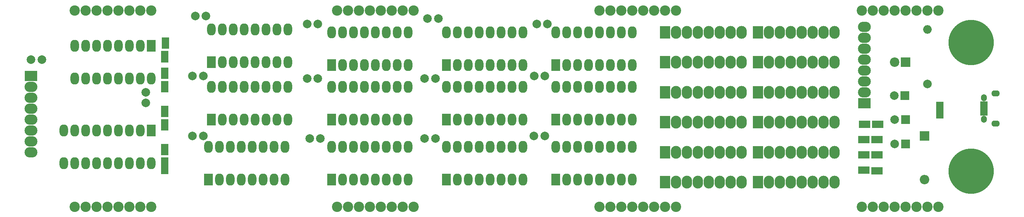
<source format=gts>
G04 #@! TF.GenerationSoftware,KiCad,Pcbnew,no-vcs-found-9992a07~58~ubuntu16.04.1*
G04 #@! TF.CreationDate,2017-04-23T16:15:32+03:00*
G04 #@! TF.ProjectId,ND-01,4E442D30312E6B696361645F70636200,rev?*
G04 #@! TF.FileFunction,Soldermask,Top*
G04 #@! TF.FilePolarity,Negative*
%FSLAX46Y46*%
G04 Gerber Fmt 4.6, Leading zero omitted, Abs format (unit mm)*
G04 Created by KiCad (PCBNEW no-vcs-found-9992a07~58~ubuntu16.04.1) date Sun Apr 23 16:15:32 2017*
%MOMM*%
%LPD*%
G01*
G04 APERTURE LIST*
%ADD10C,0.100000*%
%ADD11O,2.000000X2.800000*%
%ADD12R,2.000000X2.800000*%
%ADD13C,10.560000*%
%ADD14R,1.670000X1.370000*%
%ADD15R,1.370000X1.670000*%
%ADD16R,2.200000X2.200000*%
%ADD17C,2.200000*%
%ADD18C,2.400000*%
%ADD19R,2.000000X2.000000*%
%ADD20C,2.000000*%
%ADD21O,2.400000X3.000000*%
%ADD22R,2.400000X3.000000*%
%ADD23R,3.000000X2.400000*%
%ADD24O,3.000000X2.400000*%
%ADD25O,2.200000X2.200000*%
%ADD26O,2.000000X2.000000*%
%ADD27O,1.950000X1.400000*%
%ADD28O,1.350000X1.650000*%
%ADD29R,1.750000X0.800000*%
G04 APERTURE END LIST*
D10*
D11*
X161925000Y-91440000D03*
X179705000Y-99060000D03*
X164465000Y-91440000D03*
X177165000Y-99060000D03*
X167005000Y-91440000D03*
X174625000Y-99060000D03*
X169545000Y-91440000D03*
X172085000Y-99060000D03*
X172085000Y-91440000D03*
X169545000Y-99060000D03*
X174625000Y-91440000D03*
X167005000Y-99060000D03*
X177165000Y-91440000D03*
X164465000Y-99060000D03*
X179705000Y-91440000D03*
D12*
X161925000Y-99060000D03*
D11*
X161925000Y-105410000D03*
X179705000Y-113030000D03*
X164465000Y-105410000D03*
X177165000Y-113030000D03*
X167005000Y-105410000D03*
X174625000Y-113030000D03*
X169545000Y-105410000D03*
X172085000Y-113030000D03*
X172085000Y-105410000D03*
X169545000Y-113030000D03*
X174625000Y-105410000D03*
X167005000Y-113030000D03*
X177165000Y-105410000D03*
X164465000Y-113030000D03*
X179705000Y-105410000D03*
D12*
X161925000Y-113030000D03*
D13*
X258445000Y-111125000D03*
X258445000Y-81155000D03*
D14*
X251206000Y-95631000D03*
X251206000Y-96901000D03*
X251206000Y-98171000D03*
D12*
X109855000Y-99060000D03*
D11*
X127635000Y-91440000D03*
X112395000Y-99060000D03*
X125095000Y-91440000D03*
X114935000Y-99060000D03*
X122555000Y-91440000D03*
X117475000Y-99060000D03*
X120015000Y-91440000D03*
X120015000Y-99060000D03*
X117475000Y-91440000D03*
X122555000Y-99060000D03*
X114935000Y-91440000D03*
X125095000Y-99060000D03*
X112395000Y-91440000D03*
X127635000Y-99060000D03*
X109855000Y-91440000D03*
D12*
X67945000Y-81915000D03*
D11*
X50165000Y-89535000D03*
X65405000Y-81915000D03*
X52705000Y-89535000D03*
X62865000Y-81915000D03*
X55245000Y-89535000D03*
X60325000Y-81915000D03*
X57785000Y-89535000D03*
X57785000Y-81915000D03*
X60325000Y-89535000D03*
X55245000Y-81915000D03*
X62865000Y-89535000D03*
X52705000Y-81915000D03*
X65405000Y-89535000D03*
X50165000Y-81915000D03*
X67945000Y-89535000D03*
D12*
X136525000Y-113030000D03*
D11*
X154305000Y-105410000D03*
X139065000Y-113030000D03*
X151765000Y-105410000D03*
X141605000Y-113030000D03*
X149225000Y-105410000D03*
X144145000Y-113030000D03*
X146685000Y-105410000D03*
X146685000Y-113030000D03*
X144145000Y-105410000D03*
X149225000Y-113030000D03*
X141605000Y-105410000D03*
X151765000Y-113030000D03*
X139065000Y-105410000D03*
X154305000Y-113030000D03*
X136525000Y-105410000D03*
D12*
X161925000Y-86360000D03*
D11*
X179705000Y-78740000D03*
X164465000Y-86360000D03*
X177165000Y-78740000D03*
X167005000Y-86360000D03*
X174625000Y-78740000D03*
X169545000Y-86360000D03*
X172085000Y-78740000D03*
X172085000Y-86360000D03*
X169545000Y-78740000D03*
X174625000Y-86360000D03*
X167005000Y-78740000D03*
X177165000Y-86360000D03*
X164465000Y-78740000D03*
X179705000Y-86360000D03*
X161925000Y-78740000D03*
D14*
X71120000Y-108585000D03*
X71120000Y-109855000D03*
X71120000Y-111125000D03*
D12*
X136525000Y-86360000D03*
D11*
X154305000Y-78740000D03*
X139065000Y-86360000D03*
X151765000Y-78740000D03*
X141605000Y-86360000D03*
X149225000Y-78740000D03*
X144145000Y-86360000D03*
X146685000Y-78740000D03*
X146685000Y-86360000D03*
X144145000Y-78740000D03*
X149225000Y-86360000D03*
X141605000Y-78740000D03*
X151765000Y-86360000D03*
X139065000Y-78740000D03*
X154305000Y-86360000D03*
X136525000Y-78740000D03*
D14*
X71120000Y-105405000D03*
X71120000Y-106685000D03*
X71120000Y-99690000D03*
X71120000Y-100970000D03*
X71120000Y-97795000D03*
X71120000Y-96515000D03*
X71120000Y-90800000D03*
X71120000Y-92080000D03*
X71120000Y-88905000D03*
X71120000Y-87625000D03*
X71252500Y-80640000D03*
X71252500Y-81920000D03*
X71120000Y-83810000D03*
X71120000Y-85090000D03*
D15*
X234320000Y-100208000D03*
X233040000Y-100208000D03*
X237241000Y-111003000D03*
X235961000Y-111003000D03*
X234193000Y-110876000D03*
X232913000Y-110876000D03*
X235961000Y-107315000D03*
X237241000Y-107315000D03*
X236088000Y-100208000D03*
X237368000Y-100208000D03*
X234193000Y-103759000D03*
X232913000Y-103759000D03*
X237241000Y-103759000D03*
X235961000Y-103759000D03*
X232913000Y-107315000D03*
X234193000Y-107315000D03*
D16*
X243205000Y-85725000D03*
D17*
X240665000Y-85725000D03*
D18*
X50165000Y-119380000D03*
X52705000Y-119380000D03*
X55245000Y-119380000D03*
X57785000Y-119380000D03*
X60325000Y-119380000D03*
X62865000Y-119380000D03*
X65405000Y-119380000D03*
X67945000Y-119380000D03*
X67945000Y-73660000D03*
X65405000Y-73660000D03*
X62865000Y-73660000D03*
X60325000Y-73660000D03*
X57785000Y-73660000D03*
X55245000Y-73660000D03*
X52705000Y-73660000D03*
X50165000Y-73660000D03*
X123825000Y-73660000D03*
X128905000Y-73660000D03*
X111125000Y-73660000D03*
X116205000Y-73660000D03*
X121285000Y-73660000D03*
X126365000Y-73660000D03*
X118745000Y-73660000D03*
X113665000Y-73660000D03*
X116205000Y-119380000D03*
X111125000Y-119380000D03*
X113665000Y-119380000D03*
X128905000Y-119380000D03*
X121285000Y-119380000D03*
X118745000Y-119380000D03*
X126365000Y-119380000D03*
X123825000Y-119380000D03*
X174625000Y-73660000D03*
X172085000Y-73660000D03*
X182245000Y-73660000D03*
X179705000Y-73660000D03*
X184785000Y-73660000D03*
X187325000Y-73660000D03*
X189865000Y-73660000D03*
X177165000Y-73660000D03*
X182245000Y-119380000D03*
X189865000Y-119380000D03*
X179705000Y-119380000D03*
X184785000Y-119380000D03*
X177165000Y-119380000D03*
X172085000Y-119380000D03*
X187325000Y-119380000D03*
X174625000Y-119380000D03*
X245745000Y-73660000D03*
X235585000Y-73660000D03*
X238125000Y-73660000D03*
X248285000Y-73660000D03*
X233045000Y-73660000D03*
X250825000Y-73660000D03*
X243205000Y-73660000D03*
X240665000Y-73660000D03*
X240665000Y-119380000D03*
X250825000Y-119380000D03*
X245745000Y-119380000D03*
X238125000Y-119380000D03*
X233045000Y-119380000D03*
X235585000Y-119380000D03*
X248285000Y-119380000D03*
X243205000Y-119380000D03*
D19*
X243205000Y-99060000D03*
D20*
X240705000Y-99060000D03*
X240578000Y-93472000D03*
D19*
X243078000Y-93472000D03*
X243205000Y-104775000D03*
D20*
X240705000Y-104775000D03*
X107275000Y-103505000D03*
X104775000Y-103505000D03*
X157520000Y-76835000D03*
X160020000Y-76835000D03*
X77550000Y-102870000D03*
X80050000Y-102870000D03*
X77550000Y-88900000D03*
X80050000Y-88900000D03*
X106680000Y-76835000D03*
X104180000Y-76835000D03*
X66675000Y-92710000D03*
X66675000Y-95210000D03*
X134660000Y-75565000D03*
X132160000Y-75565000D03*
X156885000Y-102870000D03*
X159385000Y-102870000D03*
X133985000Y-89535000D03*
X131485000Y-89535000D03*
X131485000Y-103505000D03*
X133985000Y-103505000D03*
X40045000Y-85090000D03*
X42545000Y-85090000D03*
X156925000Y-88900000D03*
X159425000Y-88900000D03*
X80685000Y-74930000D03*
X78185000Y-74930000D03*
X106680000Y-89535000D03*
X104180000Y-89535000D03*
D21*
X205105000Y-92710000D03*
X202565000Y-92710000D03*
X200025000Y-92710000D03*
X197485000Y-92710000D03*
X194945000Y-92710000D03*
X192405000Y-92710000D03*
X189865000Y-92710000D03*
D22*
X187325000Y-92710000D03*
D21*
X226695000Y-106680000D03*
X224155000Y-106680000D03*
X221615000Y-106680000D03*
X219075000Y-106680000D03*
X216535000Y-106680000D03*
X213995000Y-106680000D03*
X211455000Y-106680000D03*
D22*
X208915000Y-106680000D03*
D21*
X226695000Y-113665000D03*
X224155000Y-113665000D03*
X221615000Y-113665000D03*
X219075000Y-113665000D03*
X216535000Y-113665000D03*
X213995000Y-113665000D03*
X211455000Y-113665000D03*
D22*
X208915000Y-113665000D03*
D23*
X40005000Y-88900000D03*
D24*
X40005000Y-91440000D03*
X40005000Y-93980000D03*
X40005000Y-96520000D03*
X40005000Y-99060000D03*
X40005000Y-101600000D03*
X40005000Y-104140000D03*
X40005000Y-106680000D03*
X233680000Y-77470000D03*
X233680000Y-80010000D03*
X233680000Y-82550000D03*
X233680000Y-85090000D03*
X233680000Y-87630000D03*
X233680000Y-90170000D03*
X233680000Y-92710000D03*
D23*
X233680000Y-95250000D03*
D22*
X187325000Y-78740000D03*
D21*
X189865000Y-78740000D03*
X192405000Y-78740000D03*
X194945000Y-78740000D03*
X197485000Y-78740000D03*
X200025000Y-78740000D03*
X202565000Y-78740000D03*
X205105000Y-78740000D03*
X205105000Y-85725000D03*
X202565000Y-85725000D03*
X200025000Y-85725000D03*
X197485000Y-85725000D03*
X194945000Y-85725000D03*
X192405000Y-85725000D03*
X189865000Y-85725000D03*
D22*
X187325000Y-85725000D03*
D21*
X205105000Y-99695000D03*
X202565000Y-99695000D03*
X200025000Y-99695000D03*
X197485000Y-99695000D03*
X194945000Y-99695000D03*
X192405000Y-99695000D03*
X189865000Y-99695000D03*
D22*
X187325000Y-99695000D03*
X187325000Y-106680000D03*
D21*
X189865000Y-106680000D03*
X192405000Y-106680000D03*
X194945000Y-106680000D03*
X197485000Y-106680000D03*
X200025000Y-106680000D03*
X202565000Y-106680000D03*
X205105000Y-106680000D03*
X205105000Y-113665000D03*
X202565000Y-113665000D03*
X200025000Y-113665000D03*
X197485000Y-113665000D03*
X194945000Y-113665000D03*
X192405000Y-113665000D03*
X189865000Y-113665000D03*
D22*
X187325000Y-113665000D03*
X208915000Y-78740000D03*
D21*
X211455000Y-78740000D03*
X213995000Y-78740000D03*
X216535000Y-78740000D03*
X219075000Y-78740000D03*
X221615000Y-78740000D03*
X224155000Y-78740000D03*
X226695000Y-78740000D03*
X226695000Y-85725000D03*
X224155000Y-85725000D03*
X221615000Y-85725000D03*
X219075000Y-85725000D03*
X216535000Y-85725000D03*
X213995000Y-85725000D03*
X211455000Y-85725000D03*
D22*
X208915000Y-85725000D03*
X208915000Y-92710000D03*
D21*
X211455000Y-92710000D03*
X213995000Y-92710000D03*
X216535000Y-92710000D03*
X219075000Y-92710000D03*
X221615000Y-92710000D03*
X224155000Y-92710000D03*
X226695000Y-92710000D03*
D22*
X208915000Y-99695000D03*
D21*
X211455000Y-99695000D03*
X213995000Y-99695000D03*
X216535000Y-99695000D03*
X219075000Y-99695000D03*
X221615000Y-99695000D03*
X224155000Y-99695000D03*
X226695000Y-99695000D03*
D25*
X247650000Y-113030000D03*
D16*
X247650000Y-102870000D03*
D11*
X136525000Y-91440000D03*
X154305000Y-99060000D03*
X139065000Y-91440000D03*
X151765000Y-99060000D03*
X141605000Y-91440000D03*
X149225000Y-99060000D03*
X144145000Y-91440000D03*
X146685000Y-99060000D03*
X146685000Y-91440000D03*
X144145000Y-99060000D03*
X149225000Y-91440000D03*
X141605000Y-99060000D03*
X151765000Y-91440000D03*
X139065000Y-99060000D03*
X154305000Y-91440000D03*
D12*
X136525000Y-99060000D03*
D11*
X109855000Y-105410000D03*
X127635000Y-113030000D03*
X112395000Y-105410000D03*
X125095000Y-113030000D03*
X114935000Y-105410000D03*
X122555000Y-113030000D03*
X117475000Y-105410000D03*
X120015000Y-113030000D03*
X120015000Y-105410000D03*
X117475000Y-113030000D03*
X122555000Y-105410000D03*
X114935000Y-113030000D03*
X125095000Y-105410000D03*
X112395000Y-113030000D03*
X127635000Y-105410000D03*
D12*
X109855000Y-113030000D03*
D11*
X109855000Y-78740000D03*
X127635000Y-86360000D03*
X112395000Y-78740000D03*
X125095000Y-86360000D03*
X114935000Y-78740000D03*
X122555000Y-86360000D03*
X117475000Y-78740000D03*
X120015000Y-86360000D03*
X120015000Y-78740000D03*
X117475000Y-86360000D03*
X122555000Y-78740000D03*
X114935000Y-86360000D03*
X125095000Y-78740000D03*
X112395000Y-86360000D03*
X127635000Y-78740000D03*
D12*
X109855000Y-86360000D03*
D11*
X81915000Y-91440000D03*
X99695000Y-99060000D03*
X84455000Y-91440000D03*
X97155000Y-99060000D03*
X86995000Y-91440000D03*
X94615000Y-99060000D03*
X89535000Y-91440000D03*
X92075000Y-99060000D03*
X92075000Y-91440000D03*
X89535000Y-99060000D03*
X94615000Y-91440000D03*
X86995000Y-99060000D03*
X97155000Y-91440000D03*
X84455000Y-99060000D03*
X99695000Y-91440000D03*
D12*
X81915000Y-99060000D03*
X81280000Y-113030000D03*
D11*
X99060000Y-105410000D03*
X83820000Y-113030000D03*
X96520000Y-105410000D03*
X86360000Y-113030000D03*
X93980000Y-105410000D03*
X88900000Y-113030000D03*
X91440000Y-105410000D03*
X91440000Y-113030000D03*
X88900000Y-105410000D03*
X93980000Y-113030000D03*
X86360000Y-105410000D03*
X96520000Y-113030000D03*
X83820000Y-105410000D03*
X99060000Y-113030000D03*
X81280000Y-105410000D03*
D12*
X81915000Y-85725000D03*
D11*
X99695000Y-78105000D03*
X84455000Y-85725000D03*
X97155000Y-78105000D03*
X86995000Y-85725000D03*
X94615000Y-78105000D03*
X89535000Y-85725000D03*
X92075000Y-78105000D03*
X92075000Y-85725000D03*
X89535000Y-78105000D03*
X94615000Y-85725000D03*
X86995000Y-78105000D03*
X97155000Y-85725000D03*
X84455000Y-78105000D03*
X99695000Y-85725000D03*
X81915000Y-78105000D03*
D12*
X67945000Y-101600000D03*
D11*
X47625000Y-109220000D03*
X65405000Y-101600000D03*
X50165000Y-109220000D03*
X62865000Y-101600000D03*
X52705000Y-109220000D03*
X60325000Y-101600000D03*
X55245000Y-109220000D03*
X57785000Y-101600000D03*
X57785000Y-109220000D03*
X55245000Y-101600000D03*
X60325000Y-109220000D03*
X52705000Y-101600000D03*
X62865000Y-109220000D03*
X50165000Y-101600000D03*
X65405000Y-109220000D03*
X47625000Y-101600000D03*
X67945000Y-109220000D03*
D20*
X248285000Y-90805000D03*
D26*
X248285000Y-78105000D03*
D27*
X264160000Y-93020000D03*
X264160000Y-100020000D03*
D28*
X261460000Y-94020000D03*
X261460000Y-99020000D03*
D29*
X261460000Y-95220000D03*
X261460000Y-95870000D03*
X261460000Y-96520000D03*
X261460000Y-97170000D03*
X261460000Y-97820000D03*
M02*

</source>
